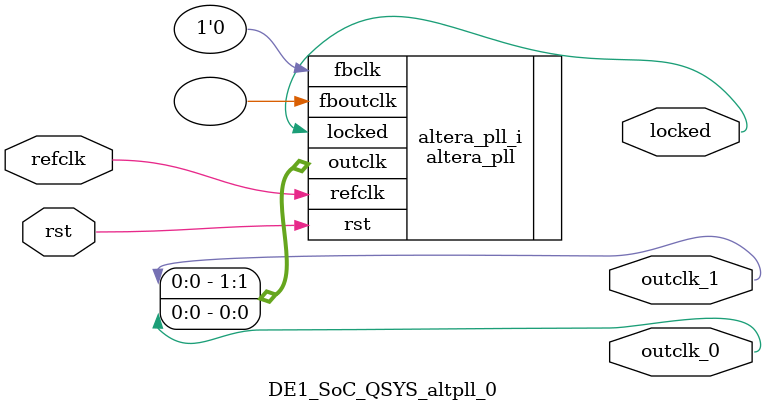
<source format=v>
`timescale 1ns/10ps
module  DE1_SoC_QSYS_altpll_0(

	// interface 'refclk'
	input wire refclk,

	// interface 'reset'
	input wire rst,

	// interface 'outclk0'
	output wire outclk_0,

	// interface 'outclk1'
	output wire outclk_1,

	// interface 'locked'
	output wire locked
);

	altera_pll #(
		.fractional_vco_multiplier("false"),
		.reference_clock_frequency("50.0 MHz"),
		.operation_mode("normal"),
		.number_of_clocks(2),
		.output_clock_frequency0("100.000000 MHz"),
		.phase_shift0("0 ps"),
		.duty_cycle0(50),
		.output_clock_frequency1("40.000000 MHz"),
		.phase_shift1("0 ps"),
		.duty_cycle1(50),
		.output_clock_frequency2("0 MHz"),
		.phase_shift2("0 ps"),
		.duty_cycle2(50),
		.output_clock_frequency3("0 MHz"),
		.phase_shift3("0 ps"),
		.duty_cycle3(50),
		.output_clock_frequency4("0 MHz"),
		.phase_shift4("0 ps"),
		.duty_cycle4(50),
		.output_clock_frequency5("0 MHz"),
		.phase_shift5("0 ps"),
		.duty_cycle5(50),
		.output_clock_frequency6("0 MHz"),
		.phase_shift6("0 ps"),
		.duty_cycle6(50),
		.output_clock_frequency7("0 MHz"),
		.phase_shift7("0 ps"),
		.duty_cycle7(50),
		.output_clock_frequency8("0 MHz"),
		.phase_shift8("0 ps"),
		.duty_cycle8(50),
		.output_clock_frequency9("0 MHz"),
		.phase_shift9("0 ps"),
		.duty_cycle9(50),
		.output_clock_frequency10("0 MHz"),
		.phase_shift10("0 ps"),
		.duty_cycle10(50),
		.output_clock_frequency11("0 MHz"),
		.phase_shift11("0 ps"),
		.duty_cycle11(50),
		.output_clock_frequency12("0 MHz"),
		.phase_shift12("0 ps"),
		.duty_cycle12(50),
		.output_clock_frequency13("0 MHz"),
		.phase_shift13("0 ps"),
		.duty_cycle13(50),
		.output_clock_frequency14("0 MHz"),
		.phase_shift14("0 ps"),
		.duty_cycle14(50),
		.output_clock_frequency15("0 MHz"),
		.phase_shift15("0 ps"),
		.duty_cycle15(50),
		.output_clock_frequency16("0 MHz"),
		.phase_shift16("0 ps"),
		.duty_cycle16(50),
		.output_clock_frequency17("0 MHz"),
		.phase_shift17("0 ps"),
		.duty_cycle17(50),
		.pll_type("General"),
		.pll_subtype("General")
	) altera_pll_i (
		.rst	(rst),
		.outclk	({outclk_1, outclk_0}),
		.locked	(locked),
		.fboutclk	( ),
		.fbclk	(1'b0),
		.refclk	(refclk)
	);
endmodule


</source>
